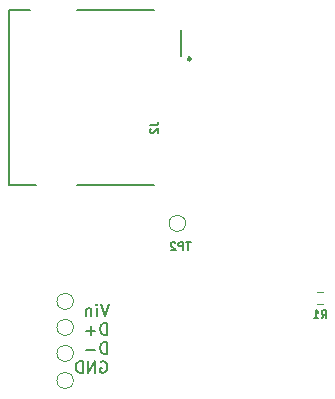
<source format=gbo>
G04 #@! TF.GenerationSoftware,KiCad,Pcbnew,7.0.7-7.0.7~ubuntu20.04.1*
G04 #@! TF.CreationDate,2024-03-24T22:46:20+02:00*
G04 #@! TF.ProjectId,rtl-module-breakout,72746c2d-6d6f-4647-956c-652d62726561,rev?*
G04 #@! TF.SameCoordinates,Original*
G04 #@! TF.FileFunction,Legend,Bot*
G04 #@! TF.FilePolarity,Positive*
%FSLAX46Y46*%
G04 Gerber Fmt 4.6, Leading zero omitted, Abs format (unit mm)*
G04 Created by KiCad (PCBNEW 7.0.7-7.0.7~ubuntu20.04.1) date 2024-03-24 22:46:20*
%MOMM*%
%LPD*%
G01*
G04 APERTURE LIST*
%ADD10C,0.200000*%
%ADD11C,0.150000*%
%ADD12C,0.203200*%
%ADD13C,0.254000*%
%ADD14C,0.120000*%
G04 APERTURE END LIST*
D10*
X170973183Y-95037219D02*
X170639850Y-96037219D01*
X170639850Y-96037219D02*
X170306517Y-95037219D01*
X169973183Y-96037219D02*
X169973183Y-95370552D01*
X169973183Y-95037219D02*
X170020802Y-95084838D01*
X170020802Y-95084838D02*
X169973183Y-95132457D01*
X169973183Y-95132457D02*
X169925564Y-95084838D01*
X169925564Y-95084838D02*
X169973183Y-95037219D01*
X169973183Y-95037219D02*
X169973183Y-95132457D01*
X169496993Y-95370552D02*
X169496993Y-96037219D01*
X169496993Y-95465790D02*
X169449374Y-95418171D01*
X169449374Y-95418171D02*
X169354136Y-95370552D01*
X169354136Y-95370552D02*
X169211279Y-95370552D01*
X169211279Y-95370552D02*
X169116041Y-95418171D01*
X169116041Y-95418171D02*
X169068422Y-95513409D01*
X169068422Y-95513409D02*
X169068422Y-96037219D01*
X170830326Y-97647219D02*
X170830326Y-96647219D01*
X170830326Y-96647219D02*
X170592231Y-96647219D01*
X170592231Y-96647219D02*
X170449374Y-96694838D01*
X170449374Y-96694838D02*
X170354136Y-96790076D01*
X170354136Y-96790076D02*
X170306517Y-96885314D01*
X170306517Y-96885314D02*
X170258898Y-97075790D01*
X170258898Y-97075790D02*
X170258898Y-97218647D01*
X170258898Y-97218647D02*
X170306517Y-97409123D01*
X170306517Y-97409123D02*
X170354136Y-97504361D01*
X170354136Y-97504361D02*
X170449374Y-97599600D01*
X170449374Y-97599600D02*
X170592231Y-97647219D01*
X170592231Y-97647219D02*
X170830326Y-97647219D01*
X169830326Y-97266266D02*
X169068422Y-97266266D01*
X169449374Y-97647219D02*
X169449374Y-96885314D01*
X170830326Y-99257219D02*
X170830326Y-98257219D01*
X170830326Y-98257219D02*
X170592231Y-98257219D01*
X170592231Y-98257219D02*
X170449374Y-98304838D01*
X170449374Y-98304838D02*
X170354136Y-98400076D01*
X170354136Y-98400076D02*
X170306517Y-98495314D01*
X170306517Y-98495314D02*
X170258898Y-98685790D01*
X170258898Y-98685790D02*
X170258898Y-98828647D01*
X170258898Y-98828647D02*
X170306517Y-99019123D01*
X170306517Y-99019123D02*
X170354136Y-99114361D01*
X170354136Y-99114361D02*
X170449374Y-99209600D01*
X170449374Y-99209600D02*
X170592231Y-99257219D01*
X170592231Y-99257219D02*
X170830326Y-99257219D01*
X169830326Y-98876266D02*
X169068422Y-98876266D01*
X170306517Y-99914838D02*
X170401755Y-99867219D01*
X170401755Y-99867219D02*
X170544612Y-99867219D01*
X170544612Y-99867219D02*
X170687469Y-99914838D01*
X170687469Y-99914838D02*
X170782707Y-100010076D01*
X170782707Y-100010076D02*
X170830326Y-100105314D01*
X170830326Y-100105314D02*
X170877945Y-100295790D01*
X170877945Y-100295790D02*
X170877945Y-100438647D01*
X170877945Y-100438647D02*
X170830326Y-100629123D01*
X170830326Y-100629123D02*
X170782707Y-100724361D01*
X170782707Y-100724361D02*
X170687469Y-100819600D01*
X170687469Y-100819600D02*
X170544612Y-100867219D01*
X170544612Y-100867219D02*
X170449374Y-100867219D01*
X170449374Y-100867219D02*
X170306517Y-100819600D01*
X170306517Y-100819600D02*
X170258898Y-100771980D01*
X170258898Y-100771980D02*
X170258898Y-100438647D01*
X170258898Y-100438647D02*
X170449374Y-100438647D01*
X169830326Y-100867219D02*
X169830326Y-99867219D01*
X169830326Y-99867219D02*
X169258898Y-100867219D01*
X169258898Y-100867219D02*
X169258898Y-99867219D01*
X168782707Y-100867219D02*
X168782707Y-99867219D01*
X168782707Y-99867219D02*
X168544612Y-99867219D01*
X168544612Y-99867219D02*
X168401755Y-99914838D01*
X168401755Y-99914838D02*
X168306517Y-100010076D01*
X168306517Y-100010076D02*
X168258898Y-100105314D01*
X168258898Y-100105314D02*
X168211279Y-100295790D01*
X168211279Y-100295790D02*
X168211279Y-100438647D01*
X168211279Y-100438647D02*
X168258898Y-100629123D01*
X168258898Y-100629123D02*
X168306517Y-100724361D01*
X168306517Y-100724361D02*
X168401755Y-100819600D01*
X168401755Y-100819600D02*
X168544612Y-100867219D01*
X168544612Y-100867219D02*
X168782707Y-100867219D01*
D11*
X174466233Y-79867866D02*
X174966233Y-79867866D01*
X174966233Y-79867866D02*
X175066233Y-79834533D01*
X175066233Y-79834533D02*
X175132900Y-79767866D01*
X175132900Y-79767866D02*
X175166233Y-79667866D01*
X175166233Y-79667866D02*
X175166233Y-79601200D01*
X174532900Y-80167866D02*
X174499566Y-80201199D01*
X174499566Y-80201199D02*
X174466233Y-80267866D01*
X174466233Y-80267866D02*
X174466233Y-80434533D01*
X174466233Y-80434533D02*
X174499566Y-80501199D01*
X174499566Y-80501199D02*
X174532900Y-80534533D01*
X174532900Y-80534533D02*
X174599566Y-80567866D01*
X174599566Y-80567866D02*
X174666233Y-80567866D01*
X174666233Y-80567866D02*
X174766233Y-80534533D01*
X174766233Y-80534533D02*
X175166233Y-80134533D01*
X175166233Y-80134533D02*
X175166233Y-80567866D01*
X177921333Y-89786033D02*
X177521333Y-89786033D01*
X177721333Y-90486033D02*
X177721333Y-89786033D01*
X177288000Y-90486033D02*
X177288000Y-89786033D01*
X177288000Y-89786033D02*
X177021333Y-89786033D01*
X177021333Y-89786033D02*
X176954667Y-89819366D01*
X176954667Y-89819366D02*
X176921333Y-89852700D01*
X176921333Y-89852700D02*
X176888000Y-89919366D01*
X176888000Y-89919366D02*
X176888000Y-90019366D01*
X176888000Y-90019366D02*
X176921333Y-90086033D01*
X176921333Y-90086033D02*
X176954667Y-90119366D01*
X176954667Y-90119366D02*
X177021333Y-90152700D01*
X177021333Y-90152700D02*
X177288000Y-90152700D01*
X176621333Y-89852700D02*
X176588000Y-89819366D01*
X176588000Y-89819366D02*
X176521333Y-89786033D01*
X176521333Y-89786033D02*
X176354667Y-89786033D01*
X176354667Y-89786033D02*
X176288000Y-89819366D01*
X176288000Y-89819366D02*
X176254667Y-89852700D01*
X176254667Y-89852700D02*
X176221333Y-89919366D01*
X176221333Y-89919366D02*
X176221333Y-89986033D01*
X176221333Y-89986033D02*
X176254667Y-90086033D01*
X176254667Y-90086033D02*
X176654667Y-90486033D01*
X176654667Y-90486033D02*
X176221333Y-90486033D01*
X189016666Y-96246033D02*
X189249999Y-95912700D01*
X189416666Y-96246033D02*
X189416666Y-95546033D01*
X189416666Y-95546033D02*
X189149999Y-95546033D01*
X189149999Y-95546033D02*
X189083333Y-95579366D01*
X189083333Y-95579366D02*
X189049999Y-95612700D01*
X189049999Y-95612700D02*
X189016666Y-95679366D01*
X189016666Y-95679366D02*
X189016666Y-95779366D01*
X189016666Y-95779366D02*
X189049999Y-95846033D01*
X189049999Y-95846033D02*
X189083333Y-95879366D01*
X189083333Y-95879366D02*
X189149999Y-95912700D01*
X189149999Y-95912700D02*
X189416666Y-95912700D01*
X188349999Y-96246033D02*
X188749999Y-96246033D01*
X188549999Y-96246033D02*
X188549999Y-95546033D01*
X188549999Y-95546033D02*
X188616666Y-95646033D01*
X188616666Y-95646033D02*
X188683333Y-95712700D01*
X188683333Y-95712700D02*
X188749999Y-95746033D01*
D12*
G04 #@! TO.C,J2*
X164826200Y-84961200D02*
X162576200Y-84960220D01*
X174826200Y-84961200D02*
X168326200Y-84961200D01*
X162576200Y-84960220D02*
X162563500Y-70162180D01*
X177076200Y-74061200D02*
X177076200Y-71823200D01*
X162563500Y-70162180D02*
X164326200Y-70161200D01*
X168326200Y-70161200D02*
X174826200Y-70161200D01*
D13*
X177937690Y-74265550D02*
G75*
G03*
X177937690Y-74265550I-127000J0D01*
G01*
D14*
G04 #@! TO.C,TP2*
X177500000Y-88200000D02*
G75*
G03*
X177500000Y-88200000I-700000J0D01*
G01*
G04 #@! TO.C,TP6*
X168000000Y-99200000D02*
G75*
G03*
X168000000Y-99200000I-700000J0D01*
G01*
G04 #@! TO.C,TP7*
X168000000Y-97000000D02*
G75*
G03*
X168000000Y-97000000I-700000J0D01*
G01*
G04 #@! TO.C,TP3*
X168000000Y-101500000D02*
G75*
G03*
X168000000Y-101500000I-700000J0D01*
G01*
G04 #@! TO.C,R1*
X188662742Y-93977500D02*
X189137258Y-93977500D01*
X188662742Y-95022500D02*
X189137258Y-95022500D01*
G04 #@! TO.C,TP1*
X168000000Y-94800000D02*
G75*
G03*
X168000000Y-94800000I-700000J0D01*
G01*
G04 #@! TD*
M02*

</source>
